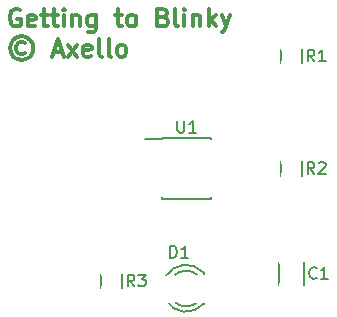
<source format=gbr>
G04 #@! TF.FileFunction,Legend,Top*
%FSLAX46Y46*%
G04 Gerber Fmt 4.6, Leading zero omitted, Abs format (unit mm)*
G04 Created by KiCad (PCBNEW 4.0.6) date 2017 March 28, Tuesday 16:58:51*
%MOMM*%
%LPD*%
G01*
G04 APERTURE LIST*
%ADD10C,0.100000*%
%ADD11C,0.300000*%
%ADD12C,0.150000*%
%ADD13R,2.000000X2.400000*%
%ADD14R,2.400000X2.400000*%
%ADD15C,2.400000*%
%ADD16R,1.700000X1.900000*%
%ADD17R,1.950000X1.000000*%
G04 APERTURE END LIST*
D10*
D11*
X199262857Y-113545000D02*
X199120000Y-113473571D01*
X198905714Y-113473571D01*
X198691429Y-113545000D01*
X198548571Y-113687857D01*
X198477143Y-113830714D01*
X198405714Y-114116429D01*
X198405714Y-114330714D01*
X198477143Y-114616429D01*
X198548571Y-114759286D01*
X198691429Y-114902143D01*
X198905714Y-114973571D01*
X199048571Y-114973571D01*
X199262857Y-114902143D01*
X199334286Y-114830714D01*
X199334286Y-114330714D01*
X199048571Y-114330714D01*
X200548571Y-114902143D02*
X200405714Y-114973571D01*
X200120000Y-114973571D01*
X199977143Y-114902143D01*
X199905714Y-114759286D01*
X199905714Y-114187857D01*
X199977143Y-114045000D01*
X200120000Y-113973571D01*
X200405714Y-113973571D01*
X200548571Y-114045000D01*
X200620000Y-114187857D01*
X200620000Y-114330714D01*
X199905714Y-114473571D01*
X201048571Y-113973571D02*
X201620000Y-113973571D01*
X201262857Y-113473571D02*
X201262857Y-114759286D01*
X201334285Y-114902143D01*
X201477143Y-114973571D01*
X201620000Y-114973571D01*
X201905714Y-113973571D02*
X202477143Y-113973571D01*
X202120000Y-113473571D02*
X202120000Y-114759286D01*
X202191428Y-114902143D01*
X202334286Y-114973571D01*
X202477143Y-114973571D01*
X202977143Y-114973571D02*
X202977143Y-113973571D01*
X202977143Y-113473571D02*
X202905714Y-113545000D01*
X202977143Y-113616429D01*
X203048571Y-113545000D01*
X202977143Y-113473571D01*
X202977143Y-113616429D01*
X203691429Y-113973571D02*
X203691429Y-114973571D01*
X203691429Y-114116429D02*
X203762857Y-114045000D01*
X203905715Y-113973571D01*
X204120000Y-113973571D01*
X204262857Y-114045000D01*
X204334286Y-114187857D01*
X204334286Y-114973571D01*
X205691429Y-113973571D02*
X205691429Y-115187857D01*
X205620000Y-115330714D01*
X205548572Y-115402143D01*
X205405715Y-115473571D01*
X205191429Y-115473571D01*
X205048572Y-115402143D01*
X205691429Y-114902143D02*
X205548572Y-114973571D01*
X205262858Y-114973571D01*
X205120000Y-114902143D01*
X205048572Y-114830714D01*
X204977143Y-114687857D01*
X204977143Y-114259286D01*
X205048572Y-114116429D01*
X205120000Y-114045000D01*
X205262858Y-113973571D01*
X205548572Y-113973571D01*
X205691429Y-114045000D01*
X207334286Y-113973571D02*
X207905715Y-113973571D01*
X207548572Y-113473571D02*
X207548572Y-114759286D01*
X207620000Y-114902143D01*
X207762858Y-114973571D01*
X207905715Y-114973571D01*
X208620001Y-114973571D02*
X208477143Y-114902143D01*
X208405715Y-114830714D01*
X208334286Y-114687857D01*
X208334286Y-114259286D01*
X208405715Y-114116429D01*
X208477143Y-114045000D01*
X208620001Y-113973571D01*
X208834286Y-113973571D01*
X208977143Y-114045000D01*
X209048572Y-114116429D01*
X209120001Y-114259286D01*
X209120001Y-114687857D01*
X209048572Y-114830714D01*
X208977143Y-114902143D01*
X208834286Y-114973571D01*
X208620001Y-114973571D01*
X211405715Y-114187857D02*
X211620001Y-114259286D01*
X211691429Y-114330714D01*
X211762858Y-114473571D01*
X211762858Y-114687857D01*
X211691429Y-114830714D01*
X211620001Y-114902143D01*
X211477143Y-114973571D01*
X210905715Y-114973571D01*
X210905715Y-113473571D01*
X211405715Y-113473571D01*
X211548572Y-113545000D01*
X211620001Y-113616429D01*
X211691429Y-113759286D01*
X211691429Y-113902143D01*
X211620001Y-114045000D01*
X211548572Y-114116429D01*
X211405715Y-114187857D01*
X210905715Y-114187857D01*
X212620001Y-114973571D02*
X212477143Y-114902143D01*
X212405715Y-114759286D01*
X212405715Y-113473571D01*
X213191429Y-114973571D02*
X213191429Y-113973571D01*
X213191429Y-113473571D02*
X213120000Y-113545000D01*
X213191429Y-113616429D01*
X213262857Y-113545000D01*
X213191429Y-113473571D01*
X213191429Y-113616429D01*
X213905715Y-113973571D02*
X213905715Y-114973571D01*
X213905715Y-114116429D02*
X213977143Y-114045000D01*
X214120001Y-113973571D01*
X214334286Y-113973571D01*
X214477143Y-114045000D01*
X214548572Y-114187857D01*
X214548572Y-114973571D01*
X215262858Y-114973571D02*
X215262858Y-113473571D01*
X215405715Y-114402143D02*
X215834286Y-114973571D01*
X215834286Y-113973571D02*
X215262858Y-114545000D01*
X216334287Y-113973571D02*
X216691430Y-114973571D01*
X217048572Y-113973571D02*
X216691430Y-114973571D01*
X216548572Y-115330714D01*
X216477144Y-115402143D01*
X216334287Y-115473571D01*
X199691429Y-116380714D02*
X199548571Y-116309286D01*
X199262857Y-116309286D01*
X199120000Y-116380714D01*
X198977143Y-116523571D01*
X198905714Y-116666429D01*
X198905714Y-116952143D01*
X198977143Y-117095000D01*
X199120000Y-117237857D01*
X199262857Y-117309286D01*
X199548571Y-117309286D01*
X199691429Y-117237857D01*
X199405714Y-115809286D02*
X199048571Y-115880714D01*
X198691429Y-116095000D01*
X198477143Y-116452143D01*
X198405714Y-116809286D01*
X198477143Y-117166429D01*
X198691429Y-117523571D01*
X199048571Y-117737857D01*
X199405714Y-117809286D01*
X199762857Y-117737857D01*
X200120000Y-117523571D01*
X200334286Y-117166429D01*
X200405714Y-116809286D01*
X200334286Y-116452143D01*
X200120000Y-116095000D01*
X199762857Y-115880714D01*
X199405714Y-115809286D01*
X202120000Y-117095000D02*
X202834286Y-117095000D01*
X201977143Y-117523571D02*
X202477143Y-116023571D01*
X202977143Y-117523571D01*
X203334286Y-117523571D02*
X204120000Y-116523571D01*
X203334286Y-116523571D02*
X204120000Y-117523571D01*
X205262857Y-117452143D02*
X205120000Y-117523571D01*
X204834286Y-117523571D01*
X204691429Y-117452143D01*
X204620000Y-117309286D01*
X204620000Y-116737857D01*
X204691429Y-116595000D01*
X204834286Y-116523571D01*
X205120000Y-116523571D01*
X205262857Y-116595000D01*
X205334286Y-116737857D01*
X205334286Y-116880714D01*
X204620000Y-117023571D01*
X206191429Y-117523571D02*
X206048571Y-117452143D01*
X205977143Y-117309286D01*
X205977143Y-116023571D01*
X206977143Y-117523571D02*
X206834285Y-117452143D01*
X206762857Y-117309286D01*
X206762857Y-116023571D01*
X207762857Y-117523571D02*
X207619999Y-117452143D01*
X207548571Y-117380714D01*
X207477142Y-117237857D01*
X207477142Y-116809286D01*
X207548571Y-116666429D01*
X207619999Y-116595000D01*
X207762857Y-116523571D01*
X207977142Y-116523571D01*
X208119999Y-116595000D01*
X208191428Y-116666429D01*
X208262857Y-116809286D01*
X208262857Y-117237857D01*
X208191428Y-117380714D01*
X208119999Y-117452143D01*
X207977142Y-117523571D01*
X207762857Y-117523571D01*
D12*
X223275000Y-136890000D02*
X223275000Y-134890000D01*
X221225000Y-134890000D02*
X221225000Y-136890000D01*
X214829000Y-135846000D02*
X214829000Y-136046000D01*
X214829000Y-138440000D02*
X214829000Y-138260000D01*
X211601256Y-138129643D02*
G75*
G03X214829000Y-138446000I1727744J1003643D01*
G01*
X212276994Y-138259068D02*
G75*
G03X214380000Y-138260000I1052006J1133068D01*
G01*
X214816220Y-135819274D02*
G75*
G03X211579000Y-136166000I-1497220J-1306726D01*
G01*
X214342889Y-136046747D02*
G75*
G03X212295000Y-136066000I-1013889J-1079253D01*
G01*
X221375000Y-118075000D02*
X221375000Y-116875000D01*
X223125000Y-116875000D02*
X223125000Y-118075000D01*
X221375000Y-127600000D02*
X221375000Y-126400000D01*
X223125000Y-126400000D02*
X223125000Y-127600000D01*
X206135000Y-137125000D02*
X206135000Y-135925000D01*
X207885000Y-135925000D02*
X207885000Y-137125000D01*
X211285000Y-124425000D02*
X211285000Y-124475000D01*
X215435000Y-124425000D02*
X215435000Y-124570000D01*
X215435000Y-129575000D02*
X215435000Y-129430000D01*
X211285000Y-129575000D02*
X211285000Y-129430000D01*
X211285000Y-124425000D02*
X215435000Y-124425000D01*
X211285000Y-129575000D02*
X215435000Y-129575000D01*
X211285000Y-124475000D02*
X209885000Y-124475000D01*
X224383334Y-136247143D02*
X224335715Y-136294762D01*
X224192858Y-136342381D01*
X224097620Y-136342381D01*
X223954762Y-136294762D01*
X223859524Y-136199524D01*
X223811905Y-136104286D01*
X223764286Y-135913810D01*
X223764286Y-135770952D01*
X223811905Y-135580476D01*
X223859524Y-135485238D01*
X223954762Y-135390000D01*
X224097620Y-135342381D01*
X224192858Y-135342381D01*
X224335715Y-135390000D01*
X224383334Y-135437619D01*
X225335715Y-136342381D02*
X224764286Y-136342381D01*
X225050000Y-136342381D02*
X225050000Y-135342381D01*
X224954762Y-135485238D01*
X224859524Y-135580476D01*
X224764286Y-135628095D01*
X211981905Y-134552381D02*
X211981905Y-133552381D01*
X212220000Y-133552381D01*
X212362858Y-133600000D01*
X212458096Y-133695238D01*
X212505715Y-133790476D01*
X212553334Y-133980952D01*
X212553334Y-134123810D01*
X212505715Y-134314286D01*
X212458096Y-134409524D01*
X212362858Y-134504762D01*
X212220000Y-134552381D01*
X211981905Y-134552381D01*
X213505715Y-134552381D02*
X212934286Y-134552381D01*
X213220000Y-134552381D02*
X213220000Y-133552381D01*
X213124762Y-133695238D01*
X213029524Y-133790476D01*
X212934286Y-133838095D01*
X224183334Y-117927381D02*
X223850000Y-117451190D01*
X223611905Y-117927381D02*
X223611905Y-116927381D01*
X223992858Y-116927381D01*
X224088096Y-116975000D01*
X224135715Y-117022619D01*
X224183334Y-117117857D01*
X224183334Y-117260714D01*
X224135715Y-117355952D01*
X224088096Y-117403571D01*
X223992858Y-117451190D01*
X223611905Y-117451190D01*
X225135715Y-117927381D02*
X224564286Y-117927381D01*
X224850000Y-117927381D02*
X224850000Y-116927381D01*
X224754762Y-117070238D01*
X224659524Y-117165476D01*
X224564286Y-117213095D01*
X224183334Y-127452381D02*
X223850000Y-126976190D01*
X223611905Y-127452381D02*
X223611905Y-126452381D01*
X223992858Y-126452381D01*
X224088096Y-126500000D01*
X224135715Y-126547619D01*
X224183334Y-126642857D01*
X224183334Y-126785714D01*
X224135715Y-126880952D01*
X224088096Y-126928571D01*
X223992858Y-126976190D01*
X223611905Y-126976190D01*
X224564286Y-126547619D02*
X224611905Y-126500000D01*
X224707143Y-126452381D01*
X224945239Y-126452381D01*
X225040477Y-126500000D01*
X225088096Y-126547619D01*
X225135715Y-126642857D01*
X225135715Y-126738095D01*
X225088096Y-126880952D01*
X224516667Y-127452381D01*
X225135715Y-127452381D01*
X208943334Y-136977381D02*
X208610000Y-136501190D01*
X208371905Y-136977381D02*
X208371905Y-135977381D01*
X208752858Y-135977381D01*
X208848096Y-136025000D01*
X208895715Y-136072619D01*
X208943334Y-136167857D01*
X208943334Y-136310714D01*
X208895715Y-136405952D01*
X208848096Y-136453571D01*
X208752858Y-136501190D01*
X208371905Y-136501190D01*
X209276667Y-135977381D02*
X209895715Y-135977381D01*
X209562381Y-136358333D01*
X209705239Y-136358333D01*
X209800477Y-136405952D01*
X209848096Y-136453571D01*
X209895715Y-136548810D01*
X209895715Y-136786905D01*
X209848096Y-136882143D01*
X209800477Y-136929762D01*
X209705239Y-136977381D01*
X209419524Y-136977381D01*
X209324286Y-136929762D01*
X209276667Y-136882143D01*
X212598095Y-122952381D02*
X212598095Y-123761905D01*
X212645714Y-123857143D01*
X212693333Y-123904762D01*
X212788571Y-123952381D01*
X212979048Y-123952381D01*
X213074286Y-123904762D01*
X213121905Y-123857143D01*
X213169524Y-123761905D01*
X213169524Y-122952381D01*
X214169524Y-123952381D02*
X213598095Y-123952381D01*
X213883809Y-123952381D02*
X213883809Y-122952381D01*
X213788571Y-123095238D01*
X213693333Y-123190476D01*
X213598095Y-123238095D01*
%LPC*%
D13*
X222250000Y-133890000D03*
X222250000Y-137890000D03*
D14*
X214630000Y-137160000D03*
D15*
X212090000Y-137160000D03*
D16*
X222250000Y-116125000D03*
X222250000Y-118825000D03*
X222250000Y-125650000D03*
X222250000Y-128350000D03*
X207010000Y-135175000D03*
X207010000Y-137875000D03*
D17*
X210660000Y-125095000D03*
X210660000Y-126365000D03*
X210660000Y-127635000D03*
X210660000Y-128905000D03*
X216060000Y-128905000D03*
X216060000Y-127635000D03*
X216060000Y-126365000D03*
X216060000Y-125095000D03*
M02*

</source>
